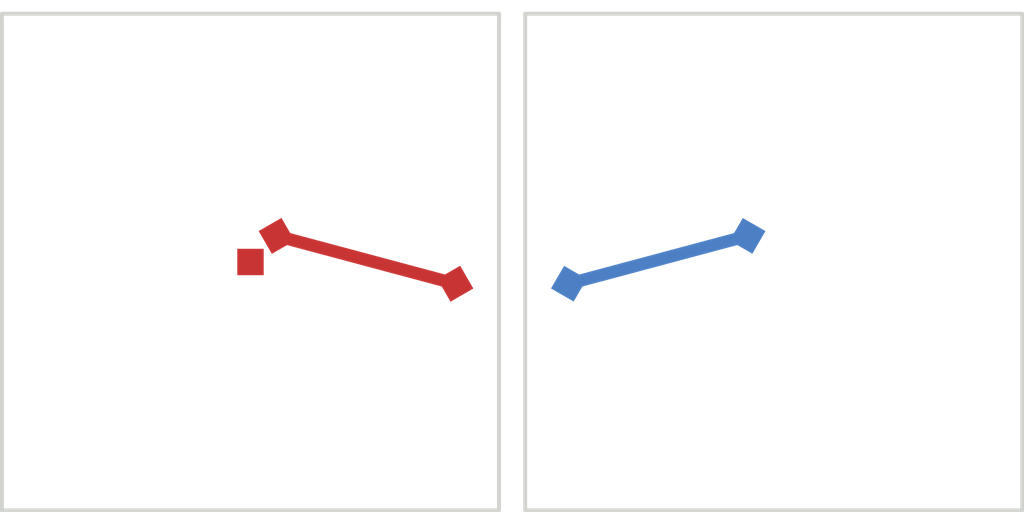
<source format=kicad_pcb>

            
(kicad_pcb (version 20171130) (host pcbnew 5.1.6)

  (page A3)
  (title_block
    (title main)
    (rev v1.0.0)
    (company Unknown)
  )

  (general
    (thickness 1.6)
  )

  (layers
    (0 F.Cu signal)
    (31 B.Cu signal)
    (32 B.Adhes user)
    (33 F.Adhes user)
    (34 B.Paste user)
    (35 F.Paste user)
    (36 B.SilkS user)
    (37 F.SilkS user)
    (38 B.Mask user)
    (39 F.Mask user)
    (40 Dwgs.User user)
    (41 Cmts.User user)
    (42 Eco1.User user)
    (43 Eco2.User user)
    (44 Edge.Cuts user)
    (45 Margin user)
    (46 B.CrtYd user)
    (47 F.CrtYd user)
    (48 B.Fab user)
    (49 F.Fab user)
  )

  (setup
    (last_trace_width 0.25)
    (trace_clearance 0.2)
    (zone_clearance 0.508)
    (zone_45_only no)
    (trace_min 0.2)
    (via_size 0.8)
    (via_drill 0.4)
    (via_min_size 0.4)
    (via_min_drill 0.3)
    (uvia_size 0.3)
    (uvia_drill 0.1)
    (uvias_allowed no)
    (uvia_min_size 0.2)
    (uvia_min_drill 0.1)
    (edge_width 0.05)
    (segment_width 0.2)
    (pcb_text_width 0.3)
    (pcb_text_size 1.5 1.5)
    (mod_edge_width 0.12)
    (mod_text_size 1 1)
    (mod_text_width 0.15)
    (pad_size 1.524 1.524)
    (pad_drill 0.762)
    (pad_to_mask_clearance 0.05)
    (aux_axis_origin 0 0)
    (visible_elements FFFFFF7F)
    (pcbplotparams
      (layerselection 0x010fc_ffffffff)
      (usegerberextensions false)
      (usegerberattributes true)
      (usegerberadvancedattributes true)
      (creategerberjobfile true)
      (excludeedgelayer true)
      (linewidth 0.100000)
      (plotframeref false)
      (viasonmask false)
      (mode 1)
      (useauxorigin false)
      (hpglpennumber 1)
      (hpglpenspeed 20)
      (hpglpendiameter 15.000000)
      (psnegative false)
      (psa4output false)
      (plotreference true)
      (plotvalue true)
      (plotinvisibletext false)
      (padsonsilk false)
      (subtractmaskfromsilk false)
      (outputformat 1)
      (mirror false)
      (drillshape 1)
      (scaleselection 1)
      (outputdirectory ""))
  )

            (net 0 "")
(net 1 "P1")
(net 2 "T4_1")
(net 3 "T4_2")
(net 4 "T4_3")
            
  (net_class Default "This is the default net class."
    (clearance 0.2)
    (trace_width 0.25)
    (via_dia 0.8)
    (via_drill 0.4)
    (uvia_dia 0.3)
    (uvia_drill 0.1)
    (add_net "")
(add_net "P1")
(add_net "T4_1")
(add_net "T4_2")
(add_net "T4_3")
  )

            

                (module trace_test (layer F.Cu) (tedit 5CF31DEF)

                    (at 1 -1 30)

                    (pad 1 smd rect (at 0 0 30) (size 1 1) (layers F.Cu F.Paste F.Mask)
                        (net 1 "P1") (solder_mask_margin 0.2))

                    (pad 2 smd rect (at 5 5 30) (size 1 1) (layers F.Cu F.Paste F.Mask)
                        (net 1 "P1") (solder_mask_margin 0.2))

                )

                (segment (start 1 -1) (end 7.830127 0.8301270000000001) (width 0.475) (layer F.Cu) (net 1))

            


                (module trace_test (layer B.Cu) (tedit 5CF31DEF)

                    (at 19 -1 -30)

                    (pad 1 smd rect (at 0 0 -30) (size 1 1) (layers B.Cu B.Paste B.Mask)
                        (net 1 "P1") (solder_mask_margin 0.2))

                    (pad 2 smd rect (at -5 5 -30) (size 1 1) (layers B.Cu B.Paste B.Mask)
                        (net 1 "P1") (solder_mask_margin 0.2))

                )

                (segment (start 19 -1) (end 12.169872999999999 0.8301270000000001) (width 0.475) (layer B.Cu) (net 1))

            


                (module zone_test (layer F.Cu) (tedit 5CF31DEF)

                    (at 1 -1 30)

                    (pad 1 smd rect (at 0 0 30) (size 1 1) (layers F.Cu F.Paste F.Mask)
                        (net 1 "P1") (solder_mask_margin 0.2))

                    (pad 2 smd rect (at 5 5 30) (size 1 1) (layers F.Cu F.Paste F.Mask)
                        (net 1 "P1") (solder_mask_margin 0.2))

                )

                (zone (net 1) (net_name P1) (layer F.Cu) (tstamp 0) (hatch full 0.508)
                    (connect_pads (clearance 0.508))
                    (min_thickness 0.254)
                    (fill yes (arc_segments 32) (thermal_gap 0.508) (thermal_bridge_width 0.508))
                    (polygon (pts (xy 7.830127 0.8301270000000001) (xy 2.830127 -7.830127) (xy -5.830127 -2.830127) (xy -0.8301270000000001 5.830127)))
                )

            
 

                (module dynamic_net_test (layer F.Cu) (tedit 5CF31DEF)

                    (at 0 0 0)

                    (pad 1 smd rect (at 0 0 0) (size 1 1) (layers F.Cu F.Paste F.Mask)
                        (net 2 "T4_1") (solder_mask_margin 0.2))

                    (pad 1 smd rect (at 0 0 0) (size 1 1) (layers F.Cu F.Paste F.Mask)
                        (net 3 "T4_2") (solder_mask_margin 0.2))

                    (pad 1 smd rect (at 0 0 0) (size 1 1) (layers F.Cu F.Paste F.Mask)
                        (net 4 "T4_3") (solder_mask_margin 0.2))

                )

            
 

                (module anchor_test (layer F.Cu) (tedit 5CF31DEF)

                    (at 0 0 0)

                    (fp_line (start 0 0) (end 10 -10) (layer Dwgs.User) (width 0.05))

                )

            
 

                (module anchor_test (layer F.Cu) (tedit 5CF31DEF)

                    (at 0 0 0)

                    (fp_line (start 0 0) (end 0 0) (layer Dwgs.User) (width 0.05))

                )

            
 

                (module arrobj_test (layer F.Cu) (tedit 5CF31DEF)

                    (at 0 0 0)

                    (fp_line (start 5 5) (end 6 6) (layer Dwgs.User) (width 0.05))
(fp_line (start 5 5) (end 7 7) (layer Dwgs.User) (width 0.05))


                )

            
            (gr_line (start -9.5 9.5) (end 9.5 9.5) (angle 90) (layer Edge.Cuts) (width 0.15))
(gr_line (start 9.5 9.5) (end 9.5 -9.5) (angle 90) (layer Edge.Cuts) (width 0.15))
(gr_line (start 9.5 -9.5) (end -9.5 -9.5) (angle 90) (layer Edge.Cuts) (width 0.15))
(gr_line (start -9.5 -9.5) (end -9.5 9.5) (angle 90) (layer Edge.Cuts) (width 0.15))
(gr_line (start 10.5 9.5) (end 29.5 9.5) (angle 90) (layer Edge.Cuts) (width 0.15))
(gr_line (start 29.5 9.5) (end 29.5 -9.5) (angle 90) (layer Edge.Cuts) (width 0.15))
(gr_line (start 29.5 -9.5) (end 10.5 -9.5) (angle 90) (layer Edge.Cuts) (width 0.15))
(gr_line (start 10.5 -9.5) (end 10.5 9.5) (angle 90) (layer Edge.Cuts) (width 0.15))
            
)

        
</source>
